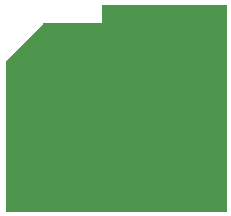
<source format=gbr>
G04 #@! TF.FileFunction,Copper,L2,Bot,Plane*
%FSLAX46Y46*%
G04 Gerber Fmt 4.6, Leading zero omitted, Abs format (unit mm)*
G04 Created by KiCad (PCBNEW 4.0.5) date 02/22/17 13:03:07*
%MOMM*%
%LPD*%
G01*
G04 APERTURE LIST*
%ADD10C,0.100000*%
%ADD11R,2.420000X5.080000*%
%ADD12C,0.970000*%
%ADD13R,0.460000X0.890000*%
%ADD14C,0.381000*%
%ADD15C,0.030480*%
G04 APERTURE END LIST*
D10*
D11*
X149290000Y-118560000D03*
X158050000Y-118560000D03*
D12*
X149290000Y-115120000D03*
X158050000Y-115120000D03*
D13*
X149290000Y-115570000D03*
X158050000Y-115570000D03*
D14*
X165658800Y-106248200D03*
X164896800Y-106248200D03*
X164134800Y-106248200D03*
X163372800Y-106248200D03*
X162610800Y-106248200D03*
X161848800Y-106248200D03*
X161086800Y-106248200D03*
X160324800Y-106248200D03*
X159562800Y-106248200D03*
X158800800Y-106248200D03*
X158038800Y-106248200D03*
X157276800Y-106248200D03*
X156514800Y-106248200D03*
X155752800Y-107010200D03*
X155752800Y-106248200D03*
X151460200Y-107010200D03*
X150698200Y-106248200D03*
X151460200Y-106248200D03*
X160540700Y-104851200D03*
D15*
G36*
X165835260Y-121753560D02*
X147219740Y-121753560D01*
X147219740Y-109117678D01*
X150393709Y-105943709D01*
X150413271Y-105914434D01*
X150419634Y-105882440D01*
X155371800Y-105882440D01*
X155377729Y-105881239D01*
X155382724Y-105877826D01*
X155385998Y-105872739D01*
X155387040Y-105867200D01*
X155387040Y-104358440D01*
X165835260Y-104358440D01*
X165835260Y-121753560D01*
X165835260Y-121753560D01*
G37*
X165835260Y-121753560D02*
X147219740Y-121753560D01*
X147219740Y-109117678D01*
X150393709Y-105943709D01*
X150413271Y-105914434D01*
X150419634Y-105882440D01*
X155371800Y-105882440D01*
X155377729Y-105881239D01*
X155382724Y-105877826D01*
X155385998Y-105872739D01*
X155387040Y-105867200D01*
X155387040Y-104358440D01*
X165835260Y-104358440D01*
X165835260Y-121753560D01*
M02*

</source>
